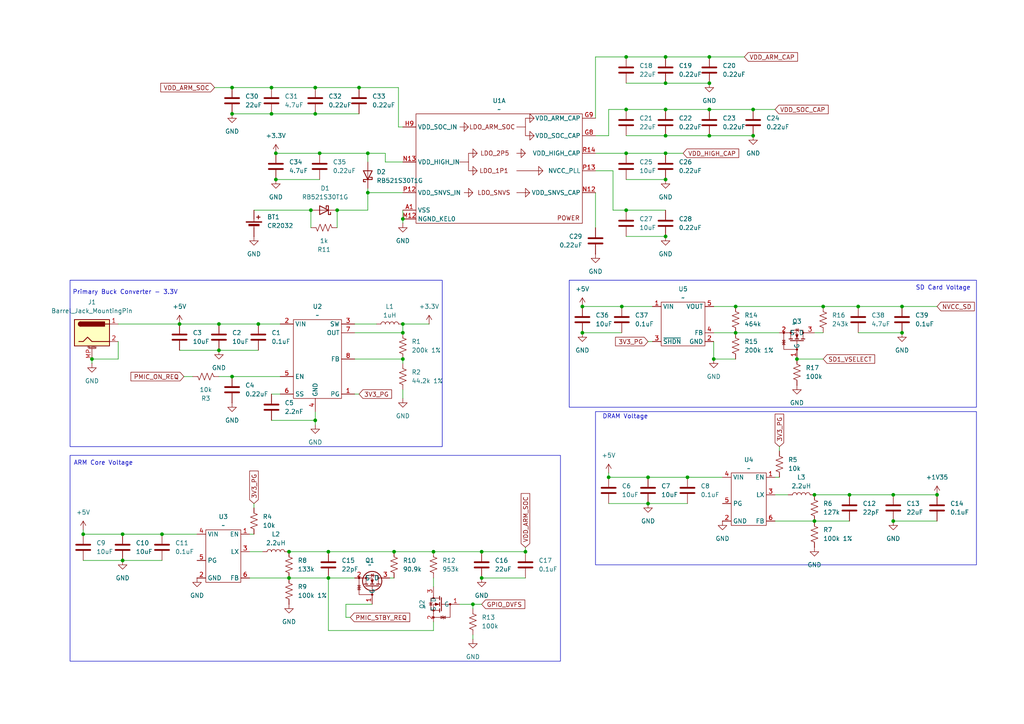
<source format=kicad_sch>
(kicad_sch (version 20231120) (generator "eeschema") (generator_version "8.0")
  (paper "A4")
  (junction (at 181.61 60.96))
  (junction (at 205.74 31.75))
  (junction (at 63.5 93.98))
  (junction (at 106.68 44.45))
  (junction (at 91.44 121.92))
  (junction (at 91.44 25.4))
  (junction (at 152.4 160.02))
  (junction (at 199.39 138.43))
  (junction (at 207.01 104.14))
  (junction (at 95.25 167.64))
  (junction (at 187.96 146.05))
  (junction (at 35.56 162.56))
  (junction (at 238.76 88.9))
  (junction (at 231.14 104.14))
  (junction (at 116.84 96.52))
  (junction (at 95.25 160.02))
  (junction (at 67.31 109.22))
  (junction (at 139.7 160.02))
  (junction (at 26.67 104.14))
  (junction (at 168.91 88.9))
  (junction (at 46.99 154.94))
  (junction (at 90.17 60.96))
  (junction (at 137.16 175.26))
  (junction (at 205.74 39.37))
  (junction (at 106.68 55.88))
  (junction (at 24.13 154.94))
  (junction (at 180.34 88.9))
  (junction (at 261.62 96.52))
  (junction (at 92.71 44.45))
  (junction (at 236.22 151.13))
  (junction (at 236.22 143.51))
  (junction (at 67.31 33.02))
  (junction (at 83.82 167.64))
  (junction (at 63.5 101.6))
  (junction (at 187.96 138.43))
  (junction (at 213.36 96.52))
  (junction (at 193.04 31.75))
  (junction (at 83.82 160.02))
  (junction (at 205.74 16.51))
  (junction (at 104.14 25.4))
  (junction (at 114.3 160.02))
  (junction (at 78.74 33.02))
  (junction (at 52.07 93.98))
  (junction (at 74.93 93.98))
  (junction (at 125.73 160.02))
  (junction (at 218.44 31.75))
  (junction (at 139.7 167.64))
  (junction (at 205.74 24.13))
  (junction (at 213.36 88.9))
  (junction (at 218.44 39.37))
  (junction (at 259.08 151.13))
  (junction (at 116.84 93.98))
  (junction (at 78.74 25.4))
  (junction (at 67.31 25.4))
  (junction (at 80.01 44.45))
  (junction (at 181.61 44.45))
  (junction (at 193.04 68.58))
  (junction (at 116.84 63.5))
  (junction (at 97.79 60.96))
  (junction (at 193.04 24.13))
  (junction (at 193.04 16.51))
  (junction (at 80.01 52.07))
  (junction (at 259.08 143.51))
  (junction (at 116.84 104.14))
  (junction (at 193.04 52.07))
  (junction (at 181.61 31.75))
  (junction (at 193.04 44.45))
  (junction (at 176.53 138.43))
  (junction (at 261.62 88.9))
  (junction (at 248.92 88.9))
  (junction (at 181.61 16.51))
  (junction (at 35.56 154.94))
  (junction (at 271.78 143.51))
  (junction (at 246.38 143.51))
  (junction (at 193.04 39.37))
  (junction (at 168.91 96.52))
  (junction (at 91.44 33.02))
  (wire (pts (xy 137.16 175.26) (xy 137.16 176.53)))
  (wire (pts (xy 116.84 55.88) (xy 106.68 55.88)))
  (wire (pts (xy 106.68 44.45) (xy 106.68 46.99)))
  (wire (pts (xy 172.72 55.88) (xy 172.72 66.04)))
  (wire (pts (xy 187.96 138.43) (xy 199.39 138.43)))
  (wire (pts (xy 106.68 44.45) (xy 111.76 44.45)))
  (wire (pts (xy 95.25 182.88) (xy 125.73 182.88)))
  (wire (pts (xy 218.44 39.37) (xy 205.74 39.37)))
  (wire (pts (xy 181.61 31.75) (xy 193.04 31.75)))
  (wire (pts (xy 236.22 151.13) (xy 246.38 151.13)))
  (wire (pts (xy 236.22 143.51) (xy 246.38 143.51)))
  (wire (pts (xy 207.01 88.9) (xy 213.36 88.9)))
  (wire (pts (xy 80.01 52.07) (xy 92.71 52.07)))
  (wire (pts (xy 116.84 104.14) (xy 116.84 105.41)))
  (wire (pts (xy 152.4 158.75) (xy 152.4 160.02)))
  (wire (pts (xy 213.36 88.9) (xy 238.76 88.9)))
  (wire (pts (xy 53.34 109.22) (xy 55.88 109.22)))
  (wire (pts (xy 125.73 167.64) (xy 125.73 170.18)))
  (wire (pts (xy 63.5 109.22) (xy 67.31 109.22)))
  (wire (pts (xy 172.72 16.51) (xy 181.61 16.51)))
  (wire (pts (xy 102.87 93.98) (xy 109.22 93.98)))
  (wire (pts (xy 207.01 99.06) (xy 207.01 104.14)))
  (wire (pts (xy 176.53 39.37) (xy 176.53 31.75)))
  (wire (pts (xy 168.91 88.9) (xy 180.34 88.9)))
  (wire (pts (xy 102.87 96.52) (xy 116.84 96.52)))
  (wire (pts (xy 91.44 33.02) (xy 104.14 33.02)))
  (wire (pts (xy 74.93 93.98) (xy 81.28 93.98)))
  (wire (pts (xy 137.16 185.42) (xy 137.16 184.15)))
  (wire (pts (xy 97.79 60.96) (xy 97.79 66.04)))
  (wire (pts (xy 78.74 25.4) (xy 91.44 25.4)))
  (wire (pts (xy 76.2 160.02) (xy 72.39 160.02)))
  (wire (pts (xy 248.92 88.9) (xy 261.62 88.9)))
  (wire (pts (xy 193.04 24.13) (xy 181.61 24.13)))
  (wire (pts (xy 176.53 138.43) (xy 187.96 138.43)))
  (wire (pts (xy 176.53 31.75) (xy 181.61 31.75)))
  (wire (pts (xy 168.91 96.52) (xy 180.34 96.52)))
  (wire (pts (xy 228.6 143.51) (xy 224.79 143.51)))
  (wire (pts (xy 78.74 114.3) (xy 81.28 114.3)))
  (wire (pts (xy 187.96 99.06) (xy 189.23 99.06)))
  (wire (pts (xy 100.33 179.07) (xy 101.6 179.07)))
  (wire (pts (xy 261.62 88.9) (xy 271.78 88.9)))
  (wire (pts (xy 180.34 88.9) (xy 189.23 88.9)))
  (wire (pts (xy 52.07 101.6) (xy 63.5 101.6)))
  (wire (pts (xy 139.7 160.02) (xy 152.4 160.02)))
  (wire (pts (xy 111.76 44.45) (xy 111.76 46.99)))
  (wire (pts (xy 187.96 146.05) (xy 199.39 146.05)))
  (wire (pts (xy 26.67 104.14) (xy 26.67 105.41)))
  (wire (pts (xy 24.13 162.56) (xy 35.56 162.56)))
  (wire (pts (xy 207.01 104.14) (xy 213.36 104.14)))
  (wire (pts (xy 193.04 68.58) (xy 181.61 68.58)))
  (wire (pts (xy 78.74 121.92) (xy 91.44 121.92)))
  (wire (pts (xy 248.92 96.52) (xy 261.62 96.52)))
  (wire (pts (xy 116.84 64.77) (xy 116.84 63.5)))
  (wire (pts (xy 111.76 46.99) (xy 116.84 46.99)))
  (wire (pts (xy 205.74 16.51) (xy 215.9 16.51)))
  (wire (pts (xy 172.72 49.53) (xy 177.8 49.53)))
  (wire (pts (xy 91.44 121.92) (xy 91.44 119.38)))
  (wire (pts (xy 63.5 101.6) (xy 74.93 101.6)))
  (wire (pts (xy 259.08 143.51) (xy 271.78 143.51)))
  (wire (pts (xy 193.04 44.45) (xy 198.12 44.45)))
  (wire (pts (xy 73.66 60.96) (xy 90.17 60.96)))
  (wire (pts (xy 100.33 175.26) (xy 107.95 175.26)))
  (wire (pts (xy 116.84 96.52) (xy 116.84 93.98)))
  (wire (pts (xy 90.17 60.96) (xy 90.17 66.04)))
  (wire (pts (xy 205.74 31.75) (xy 218.44 31.75)))
  (wire (pts (xy 24.13 154.94) (xy 35.56 154.94)))
  (wire (pts (xy 73.66 154.94) (xy 72.39 154.94)))
  (wire (pts (xy 181.61 60.96) (xy 193.04 60.96)))
  (wire (pts (xy 181.61 16.51) (xy 193.04 16.51)))
  (wire (pts (xy 176.53 138.43) (xy 176.53 137.16)))
  (wire (pts (xy 207.01 96.52) (xy 213.36 96.52)))
  (wire (pts (xy 193.04 52.07) (xy 181.61 52.07)))
  (wire (pts (xy 177.8 60.96) (xy 181.61 60.96)))
  (wire (pts (xy 67.31 25.4) (xy 78.74 25.4)))
  (wire (pts (xy 78.74 33.02) (xy 91.44 33.02)))
  (wire (pts (xy 91.44 25.4) (xy 104.14 25.4)))
  (wire (pts (xy 231.14 104.14) (xy 238.76 104.14)))
  (wire (pts (xy 193.04 31.75) (xy 205.74 31.75)))
  (wire (pts (xy 259.08 151.13) (xy 271.78 151.13)))
  (wire (pts (xy 172.72 39.37) (xy 176.53 39.37)))
  (wire (pts (xy 139.7 167.64) (xy 152.4 167.64)))
  (wire (pts (xy 115.57 25.4) (xy 115.57 36.83)))
  (wire (pts (xy 226.06 138.43) (xy 224.79 138.43)))
  (wire (pts (xy 177.8 49.53) (xy 177.8 60.96)))
  (wire (pts (xy 46.99 154.94) (xy 57.15 154.94)))
  (wire (pts (xy 172.72 34.29) (xy 172.72 16.51)))
  (wire (pts (xy 137.16 175.26) (xy 139.7 175.26)))
  (wire (pts (xy 116.84 115.57) (xy 116.84 113.03)))
  (wire (pts (xy 106.68 55.88) (xy 106.68 60.96)))
  (wire (pts (xy 124.46 93.98) (xy 116.84 93.98)))
  (wire (pts (xy 226.06 130.81) (xy 226.06 129.54)))
  (wire (pts (xy 106.68 54.61) (xy 106.68 55.88)))
  (wire (pts (xy 102.87 104.14) (xy 116.84 104.14)))
  (wire (pts (xy 62.23 25.4) (xy 67.31 25.4)))
  (wire (pts (xy 213.36 96.52) (xy 226.06 96.52)))
  (wire (pts (xy 199.39 138.43) (xy 209.55 138.43)))
  (wire (pts (xy 92.71 44.45) (xy 106.68 44.45)))
  (wire (pts (xy 63.5 93.98) (xy 74.93 93.98)))
  (wire (pts (xy 73.66 147.32) (xy 73.66 146.05)))
  (wire (pts (xy 236.22 96.52) (xy 238.76 96.52)))
  (wire (pts (xy 125.73 182.88) (xy 125.73 180.34)))
  (wire (pts (xy 91.44 123.19) (xy 91.44 121.92)))
  (wire (pts (xy 106.68 60.96) (xy 97.79 60.96)))
  (wire (pts (xy 205.74 24.13) (xy 193.04 24.13)))
  (wire (pts (xy 104.14 114.3) (xy 102.87 114.3)))
  (wire (pts (xy 34.29 104.14) (xy 34.29 99.06)))
  (wire (pts (xy 52.07 93.98) (xy 63.5 93.98)))
  (wire (pts (xy 193.04 39.37) (xy 181.61 39.37)))
  (wire (pts (xy 24.13 154.94) (xy 24.13 153.67)))
  (wire (pts (xy 133.35 175.26) (xy 137.16 175.26)))
  (wire (pts (xy 181.61 44.45) (xy 193.04 44.45)))
  (wire (pts (xy 115.57 36.83) (xy 116.84 36.83)))
  (wire (pts (xy 95.25 167.64) (xy 95.25 182.88)))
  (wire (pts (xy 95.25 160.02) (xy 114.3 160.02)))
  (wire (pts (xy 218.44 31.75) (xy 224.79 31.75)))
  (wire (pts (xy 67.31 33.02) (xy 78.74 33.02)))
  (wire (pts (xy 67.31 109.22) (xy 81.28 109.22)))
  (wire (pts (xy 72.39 167.64) (xy 83.82 167.64)))
  (wire (pts (xy 100.33 179.07) (xy 100.33 175.26)))
  (wire (pts (xy 205.74 39.37) (xy 193.04 39.37)))
  (wire (pts (xy 114.3 160.02) (xy 125.73 160.02)))
  (wire (pts (xy 193.04 16.51) (xy 205.74 16.51)))
  (wire (pts (xy 172.72 44.45) (xy 181.61 44.45)))
  (wire (pts (xy 35.56 154.94) (xy 46.99 154.94)))
  (wire (pts (xy 176.53 146.05) (xy 187.96 146.05)))
  (wire (pts (xy 104.14 25.4) (xy 115.57 25.4)))
  (wire (pts (xy 116.84 63.5) (xy 116.84 60.96)))
  (wire (pts (xy 114.3 167.64) (xy 113.03 167.64)))
  (wire (pts (xy 35.56 162.56) (xy 46.99 162.56)))
  (wire (pts (xy 246.38 143.51) (xy 259.08 143.51)))
  (wire (pts (xy 34.29 93.98) (xy 52.07 93.98)))
  (wire (pts (xy 26.67 104.14) (xy 34.29 104.14)))
  (wire (pts (xy 83.82 167.64) (xy 95.25 167.64)))
  (wire (pts (xy 238.76 88.9) (xy 248.92 88.9)))
  (wire (pts (xy 80.01 44.45) (xy 92.71 44.45)))
  (wire (pts (xy 125.73 160.02) (xy 139.7 160.02)))
  (wire (pts (xy 95.25 167.64) (xy 102.87 167.64)))
  (wire (pts (xy 83.82 160.02) (xy 95.25 160.02)))
  (wire (pts (xy 224.79 151.13) (xy 236.22 151.13)))
  (rectangle (start 172.72 119.38) (end 283.21 163.83))
  (rectangle (start 20.32 132.08) (end 162.56 191.77))
  (rectangle (start 20.32 81.28) (end 128.27 129.54))
  (rectangle (start 165.1 81.28) (end 283.21 118.11))
  (text "Primary Buck Converter - 3.3V" (at 36.322 84.836 0) (effects (font (size 1.27 1.27))))
  (text "SD Card Voltage" (at 273.558 83.566 0) (effects (font (size 1.27 1.27))))
  (text "ARM Core Voltage" (at 29.972 134.366 0) (effects (font (size 1.27 1.27))))
  (text "DRAM Voltage" (at 181.356 120.904 0) (effects (font (size 1.27 1.27))))
  (global_label "VDD_ARM_CAP" (shape input) (at 215.9 16.51 0) (property "Intersheetrefs" "${INTERSHEET_REFS}" (effects (hide yes))))
  (global_label "VDD_ARM_SOC" (shape input) (at 62.23 25.4 180) (property "Intersheetrefs" "${INTERSHEET_REFS}" (effects (hide yes))))
  (global_label "VDD_ARM_SOC" (shape input) (at 152.4 158.75 90) (property "Intersheetrefs" "${INTERSHEET_REFS}" (effects (hide yes))))
  (global_label "VDD_HIGH_CAP" (shape input) (at 198.12 44.45 0) (property "Intersheetrefs" "${INTERSHEET_REFS}" (effects (hide yes))))
  (global_label "GPIO_DVFS" (shape input) (at 139.7 175.26 0) (property "Intersheetrefs" "${INTERSHEET_REFS}" (effects (hide yes))))
  (global_label "PMIC_ON_REQ" (shape input) (at 53.34 109.22 180) (property "Intersheetrefs" "${INTERSHEET_REFS}" (effects (hide yes))))
  (global_label "SD1_VSELECT" (shape input) (at 238.76 104.14 0) (property "Intersheetrefs" "${INTERSHEET_REFS}" (effects (hide yes))))
  (global_label "NVCC_SD" (shape input) (at 271.78 88.9 0) (property "Intersheetrefs" "${INTERSHEET_REFS}" (effects (hide yes))))
  (global_label "3V3_PG" (shape input) (at 73.66 146.05 90) (property "Intersheetrefs" "${INTERSHEET_REFS}" (effects (hide yes))))
  (global_label "VDD_SOC_CAP" (shape input) (at 224.79 31.75 0) (property "Intersheetrefs" "${INTERSHEET_REFS}" (effects (hide yes))))
  (global_label "PMIC_STBY_REQ" (shape input) (at 101.6 179.07 0) (property "Intersheetrefs" "${INTERSHEET_REFS}" (effects (hide yes))))
  (global_label "3V3_PG" (shape input) (at 226.06 129.54 90) (property "Intersheetrefs" "${INTERSHEET_REFS}" (effects (hide yes))))
  (global_label "3V3_PG" (shape input) (at 104.14 114.3 0) (property "Intersheetrefs" "${INTERSHEET_REFS}" (effects (hide yes))))
  (global_label "3V3_PG" (shape input) (at 187.96 99.06 180) (property "Intersheetrefs" "${INTERSHEET_REFS}" (effects (hide yes))))
  (symbol (lib_id "Device:C") (at 172.72 69.85 0) (mirror y) (unit 1)
    (property "Reference" "C29" (at 168.91 68.5799 0) (effects (justify left)))
    (property "Value" "0.22uF" (at 168.91 71.1199 0) (effects (justify left)))
    (property "Footprint" "Capacitor_SMD:C_0402_1005Metric" (effects (hide yes)))
    (property "Description" "Unpolarized capacitor" (effects (hide yes)))
  )
  (symbol (lib_id "power:GND") (at 218.44 39.37 0) (unit 1)
    (property "Reference" "#PWR022" (effects (hide yes)))
    (property "Value" "GND" (at 218.44 44.45 0))
    (property "Description" "Power symbol creates a global label with name \"GND\" , ground" (effects (hide yes)))
  )
  (symbol (lib_id "Device:C") (at 78.74 118.11 0) (unit 1)
    (property "Reference" "C5" (at 82.55 116.8399 0) (effects (justify left)))
    (property "Value" "2.2nF" (at 82.55 119.3799 0) (effects (justify left)))
    (property "Footprint" "Capacitor_SMD:C_0402_1005Metric" (effects (hide yes)))
    (property "Description" "Unpolarized capacitor" (effects (hide yes)))
  )
  (symbol (lib_id "power:GND") (at 73.66 68.58 0) (unit 1)
    (property "Reference" "#PWR028" (effects (hide yes)))
    (property "Value" "GND" (at 73.66 73.66 0))
    (property "Description" "Power symbol creates a global label with name \"GND\" , ground" (effects (hide yes)))
  )
  (symbol (lib_id "power:GND") (at 187.96 146.05 0) (unit 1)
    (property "Reference" "#PWR011" (effects (hide yes)))
    (property "Value" "GND" (at 187.96 151.13 0))
    (property "Description" "Power symbol creates a global label with name \"GND\" , ground" (effects (hide yes)))
  )
  (symbol (lib_id "power:+3.3V") (at 80.01 44.45 0) (unit 1)
    (property "Reference" "#PWR04" (effects (hide yes)))
    (property "Value" "+3.3V" (at 80.01 39.37 0))
    (property "Description" "Power symbol creates a global label with name \"+3.3V\"" (effects (hide yes)))
  )
  (symbol (lib_id "Device:C") (at 181.61 48.26 0) (unit 1)
    (property "Reference" "C25" (at 185.42 46.9899 0) (effects (justify left)))
    (property "Value" "10uF" (at 185.42 49.5299 0) (effects (justify left)))
    (property "Footprint" "Capacitor_SMD:C_0603_1608Metric" (effects (hide yes)))
    (property "Description" "Unpolarized capacitor" (effects (hide yes)))
  )
  (symbol (lib_id "Device:R_US") (at 83.82 171.45 180) (unit 1)
    (property "Reference" "R9" (at 86.36 170.1799 0) (effects (justify right)))
    (property "Value" "100k 1%" (at 86.36 172.7199 0) (effects (justify right)))
    (property "Footprint" "Resistor_SMD:R_0402_1005Metric" (effects (hide yes)))
    (property "Description" "Resistor, US symbol" (effects (hide yes)))
  )
  (symbol (lib_id "Device:C") (at 63.5 97.79 0) (unit 1)
    (property "Reference" "C2" (at 67.31 96.5199 0) (effects (justify left)))
    (property "Value" "10uF" (at 67.31 99.0599 0) (effects (justify left)))
    (property "Footprint" "Capacitor_SMD:C_0603_1608Metric" (effects (hide yes)))
    (property "Description" "Unpolarized capacitor" (effects (hide yes)))
  )
  (symbol (lib_id "Device:C") (at 67.31 29.21 0) (unit 1)
    (property "Reference" "C30" (at 71.12 27.9399 0) (effects (justify left)))
    (property "Value" "22uF" (at 71.12 30.4799 0) (effects (justify left)))
    (property "Footprint" "Capacitor_SMD:C_0603_1608Metric" (effects (hide yes)))
    (property "Description" "Unpolarized capacitor" (effects (hide yes)))
  )
  (symbol (lib_id "Device:C") (at 181.61 64.77 0) (unit 1)
    (property "Reference" "C27" (at 185.42 63.4999 0) (effects (justify left)))
    (property "Value" "10uF" (at 185.42 66.0399 0) (effects (justify left)))
    (property "Footprint" "Capacitor_SMD:C_0603_1608Metric" (effects (hide yes)))
    (property "Description" "Unpolarized capacitor" (effects (hide yes)))
  )
  (symbol (lib_id "imx6_test:UM1750S-00") (at 198.12 90.17 0) (unit 1)
    (property "Reference" "U5" (at 198.12 83.82 0))
    (property "Value" "~" (at 198.12 86.36 0))
    (property "Footprint" "Package_TO_SOT_SMD:SOT-23-5" (effects (hide yes)))
    (property "LCSC Part #" "C620011" (effects (hide yes)))
  )
  (symbol (lib_id "Device:C") (at 46.99 158.75 0) (unit 1)
    (property "Reference" "C11" (at 50.8 157.4799 0) (effects (justify left)))
    (property "Value" "0.1uF" (at 50.8 160.0199 0) (effects (justify left)))
    (property "Footprint" "Capacitor_SMD:C_0402_1005Metric" (effects (hide yes)))
    (property "Description" "Unpolarized capacitor" (effects (hide yes)))
  )
  (symbol (lib_id "Device:R_US") (at 236.22 147.32 180) (unit 1)
    (property "Reference" "R6" (at 238.76 146.0499 0) (effects (justify right)))
    (property "Value" "127k" (at 238.76 148.5899 0) (effects (justify right)))
    (property "Footprint" "Resistor_SMD:R_0402_1005Metric" (effects (hide yes)))
    (property "Description" "Resistor, US symbol" (effects (hide yes)))
  )
  (symbol (lib_id "Device:C") (at 168.91 92.71 0) (unit 1)
    (property "Reference" "C36" (at 172.72 91.4399 0) (effects (justify left)))
    (property "Value" "10uF" (at 172.72 93.9799 0) (effects (justify left)))
    (property "Footprint" "Capacitor_SMD:C_0603_1608Metric" (effects (hide yes)))
    (property "Description" "Unpolarized capacitor" (effects (hide yes)))
  )
  (symbol (lib_id "Device:C") (at 205.74 20.32 0) (unit 1)
    (property "Reference" "C20" (at 209.55 19.0499 0) (effects (justify left)))
    (property "Value" "0.22uF" (at 209.55 21.5899 0) (effects (justify left)))
    (property "Footprint" "Capacitor_SMD:C_0402_1005Metric" (effects (hide yes)))
    (property "Description" "Unpolarized capacitor" (effects (hide yes)))
  )
  (symbol (lib_id "imx6_test:AP3401KTTR-G1") (at 64.77 156.21 0) (unit 1)
    (property "Reference" "U3" (at 64.77 149.86 0))
    (property "Value" "~" (at 64.77 152.4 0))
    (property "Footprint" "imx6test:TSOT26" (effects (hide yes)))
    (property "LCSC Part #" "C3194257" (effects (hide yes)))
  )
  (symbol (lib_id "power:GND") (at 236.22 158.75 0) (unit 1)
    (property "Reference" "#PWR016" (effects (hide yes)))
    (property "Value" "GND" (at 236.22 163.83 0))
    (property "Description" "Power symbol creates a global label with name \"GND\" , ground" (effects (hide yes)))
  )
  (symbol (lib_id "Device:L") (at 232.41 143.51 90) (unit 1)
    (property "Reference" "L3" (at 232.41 138.43 90))
    (property "Value" "2.2uH" (at 232.41 140.97 90))
    (property "Description" "Inductor" (effects (hide yes)))
  )
  (symbol (lib_id "Device:R_US") (at 59.69 109.22 90) (mirror x) (unit 1)
    (property "Reference" "R3" (at 59.69 115.57 90))
    (property "Value" "10k" (at 59.69 113.03 90))
    (property "Footprint" "Resistor_SMD:R_0402_1005Metric" (effects (hide yes)))
    (property "Description" "Resistor, US symbol" (effects (hide yes)))
  )
  (symbol (lib_id "Device:C") (at 91.44 29.21 0) (unit 1)
    (property "Reference" "C32" (at 95.25 27.9399 0) (effects (justify left)))
    (property "Value" "0.22uF" (at 95.25 30.4799 0) (effects (justify left)))
    (property "Footprint" "Capacitor_SMD:C_0402_1005Metric" (effects (hide yes)))
    (property "Description" "Unpolarized capacitor" (effects (hide yes)))
  )
  (symbol (lib_id "power:GND") (at 231.14 111.76 0) (unit 1)
    (property "Reference" "#PWR033" (effects (hide yes)))
    (property "Value" "GND" (at 231.14 116.84 0))
    (property "Description" "Power symbol creates a global label with name \"GND\" , ground" (effects (hide yes)))
  )
  (symbol (lib_id "Device:R_US") (at 213.36 100.33 180) (unit 1)
    (property "Reference" "R15" (at 215.9 99.0599 0) (effects (justify right)))
    (property "Value" "200k 1%" (at 215.9 101.5999 0) (effects (justify right)))
    (property "Footprint" "Resistor_SMD:R_0402_1005Metric" (effects (hide yes)))
    (property "Description" "Resistor, US symbol" (effects (hide yes)))
  )
  (symbol (lib_id "Device:C") (at 218.44 35.56 0) (unit 1)
    (property "Reference" "C24" (at 222.25 34.2899 0) (effects (justify left)))
    (property "Value" "0.22uF" (at 222.25 36.8299 0) (effects (justify left)))
    (property "Footprint" "Capacitor_SMD:C_0402_1005Metric" (effects (hide yes)))
    (property "Description" "Unpolarized capacitor" (effects (hide yes)))
  )
  (symbol (lib_id "Device:C") (at 261.62 92.71 0) (unit 1)
    (property "Reference" "C39" (at 265.43 91.4399 0) (effects (justify left)))
    (property "Value" "0.1uF" (at 265.43 93.9799 0) (effects (justify left)))
    (property "Footprint" "Capacitor_SMD:C_0402_1005Metric" (effects (hide yes)))
    (property "Description" "Unpolarized capacitor" (effects (hide yes)))
  )
  (symbol (lib_id "Device:C") (at 95.25 163.83 0) (unit 1)
    (property "Reference" "C15" (at 99.06 162.5599 0) (effects (justify left)))
    (property "Value" "22pF" (at 99.06 165.0999 0) (effects (justify left)))
    (property "Footprint" "Capacitor_SMD:C_0402_1005Metric" (effects (hide yes)))
    (property "Description" "Unpolarized capacitor" (effects (hide yes)))
  )
  (symbol (lib_id "power:+5V") (at 24.13 153.67 0) (unit 1)
    (property "Reference" "#PWR013" (effects (hide yes)))
    (property "Value" "+5V" (at 24.13 148.59 0))
    (property "Description" "Power symbol creates a global label with name \"+5V\"" (effects (hide yes)))
  )
  (symbol (lib_id "Device:R_US") (at 125.73 163.83 180) (unit 1)
    (property "Reference" "R12" (at 128.27 162.5599 0) (effects (justify right)))
    (property "Value" "953k" (at 128.27 165.0999 0) (effects (justify right)))
    (property "Footprint" "Resistor_SMD:R_0402_1005Metric" (effects (hide yes)))
    (property "Description" "Resistor, US symbol" (effects (hide yes)))
  )
  (symbol (lib_id "Device:C") (at 187.96 142.24 0) (unit 1)
    (property "Reference" "C7" (at 191.77 140.9699 0) (effects (justify left)))
    (property "Value" "10uF" (at 191.77 143.5099 0) (effects (justify left)))
    (property "Footprint" "Capacitor_SMD:C_0603_1608Metric" (effects (hide yes)))
    (property "Description" "Unpolarized capacitor" (effects (hide yes)))
  )
  (symbol (lib_id "Device:C") (at 180.34 92.71 0) (unit 1)
    (property "Reference" "C37" (at 184.15 91.4399 0) (effects (justify left)))
    (property "Value" "0.1uF" (at 184.15 93.9799 0) (effects (justify left)))
    (property "Footprint" "Capacitor_SMD:C_0402_1005Metric" (effects (hide yes)))
    (property "Description" "Unpolarized capacitor" (effects (hide yes)))
  )
  (symbol (lib_id "Device:D_Schottky") (at 106.68 50.8 90) (unit 1)
    (property "Reference" "D2" (at 109.22 49.8474 90) (effects (justify right)))
    (property "Value" "RB521S30T1G" (at 109.22 52.3874 90) (effects (justify right)))
    (property "Footprint" "Diode_SMD:D_SOD-523" (effects (hide yes)))
    (property "Description" "Schottky diode" (effects (hide yes)))
  )
  (symbol (lib_id "Device:C") (at 259.08 147.32 0) (unit 1)
    (property "Reference" "C13" (at 262.89 146.0499 0) (effects (justify left)))
    (property "Value" "22uF" (at 262.89 148.5899 0) (effects (justify left)))
    (property "Footprint" "Capacitor_SMD:C_0603_1608Metric" (effects (hide yes)))
    (property "Description" "Unpolarized capacitor" (effects (hide yes)))
  )
  (symbol (lib_id "Device:C") (at 35.56 158.75 0) (unit 1)
    (property "Reference" "C10" (at 39.37 157.4799 0) (effects (justify left)))
    (property "Value" "10uF" (at 39.37 160.0199 0) (effects (justify left)))
    (property "Footprint" "Capacitor_SMD:C_0603_1608Metric" (effects (hide yes)))
    (property "Description" "Unpolarized capacitor" (effects (hide yes)))
  )
  (symbol (lib_id "power:GND") (at 80.01 52.07 0) (unit 1)
    (property "Reference" "#PWR027" (effects (hide yes)))
    (property "Value" "GND" (at 80.01 57.15 0))
    (property "Description" "Power symbol creates a global label with name \"GND\" , ground" (effects (hide yes)))
  )
  (symbol (lib_id "power:GND") (at 116.84 115.57 0) (unit 1)
    (property "Reference" "#PWR02" (effects (hide yes)))
    (property "Value" "GND" (at 116.84 120.65 0))
    (property "Description" "Power symbol creates a global label with name \"GND\" , ground" (effects (hide yes)))
  )
  (symbol (lib_id "Device:C") (at 199.39 142.24 0) (unit 1)
    (property "Reference" "C8" (at 203.2 140.9699 0) (effects (justify left)))
    (property "Value" "0.1uF" (at 203.2 143.5099 0) (effects (justify left)))
    (property "Footprint" "Capacitor_SMD:C_0402_1005Metric" (effects (hide yes)))
    (property "Description" "Unpolarized capacitor" (effects (hide yes)))
  )
  (symbol (lib_id "power:+3.3V") (at 124.46 93.98 0) (unit 1)
    (property "Reference" "#PWR03" (effects (hide yes)))
    (property "Value" "+3.3V" (at 124.46 88.9 0))
    (property "Description" "Power symbol creates a global label with name \"+3.3V\"" (effects (hide yes)))
  )
  (symbol (lib_id "Device:R_US") (at 137.16 180.34 180) (unit 1)
    (property "Reference" "R13" (at 139.7 179.0699 0) (effects (justify right)))
    (property "Value" "100k" (at 139.7 181.6099 0) (effects (justify right)))
    (property "Footprint" "Resistor_SMD:R_0402_1005Metric" (effects (hide yes)))
    (property "Description" "Resistor, US symbol" (effects (hide yes)))
  )
  (symbol (lib_id "Device:L") (at 80.01 160.02 90) (unit 1)
    (property "Reference" "L2" (at 80.01 154.94 90))
    (property "Value" "2.2uH" (at 80.01 157.48 90))
    (property "Description" "Inductor" (effects (hide yes)))
  )
  (symbol (lib_id "power:GND") (at 83.82 175.26 0) (unit 1)
    (property "Reference" "#PWR018" (effects (hide yes)))
    (property "Value" "GND" (at 83.82 180.34 0))
    (property "Description" "Power symbol creates a global label with name \"GND\" , ground" (effects (hide yes)))
  )
  (symbol (lib_id "Device:C") (at 271.78 147.32 0) (unit 1)
    (property "Reference" "C14" (at 275.59 146.0499 0) (effects (justify left)))
    (property "Value" "0.1uF" (at 275.59 148.5899 0) (effects (justify left)))
    (property "Footprint" "Capacitor_SMD:C_0402_1005Metric" (effects (hide yes)))
    (property "Description" "Unpolarized capacitor" (effects (hide yes)))
  )
  (symbol (lib_id "Device:C") (at 78.74 29.21 0) (unit 1)
    (property "Reference" "C31" (at 82.55 27.9399 0) (effects (justify left)))
    (property "Value" "4.7uF" (at 82.55 30.4799 0) (effects (justify left)))
    (property "Footprint" "Capacitor_SMD:C_0402_1005Metric" (effects (hide yes)))
    (property "Description" "Unpolarized capacitor" (effects (hide yes)))
  )
  (symbol (lib_id "power:GND") (at 137.16 185.42 0) (unit 1)
    (property "Reference" "#PWR029" (effects (hide yes)))
    (property "Value" "GND" (at 137.16 190.5 0))
    (property "Description" "Power symbol creates a global label with name \"GND\" , ground" (effects (hide yes)))
  )
  (symbol (lib_id "Device:R_US") (at 93.98 66.04 90) (mirror x) (unit 1)
    (property "Reference" "R11" (at 93.98 72.39 90))
    (property "Value" "1k" (at 93.98 69.85 90))
    (property "Footprint" "Resistor_SMD:R_0402_1005Metric" (effects (hide yes)))
    (property "Description" "Resistor, US symbol" (effects (hide yes)))
  )
  (symbol (lib_id "power:GND") (at 67.31 116.84 0) (unit 1)
    (property "Reference" "#PWR08" (effects (hide yes)))
    (property "Value" "GND" (at 67.31 121.92 0))
    (property "Description" "Power symbol creates a global label with name \"GND\" , ground" (effects (hide yes)))
  )
  (symbol (lib_id "imx6_test:2SK3018") (at 231.14 96.52 270) (mirror x) (unit 1)
    (property "Reference" "Q3" (at 231.14 93.218 90))
    (property "Value" "~" (at 230.251 93.98 90))
    (property "Footprint" "Package_TO_SOT_SMD:SOT-323_SC-70" (effects (hide yes)))
    (property "LCSC Part #" "C113315" (effects (hide yes)))
  )
  (symbol (lib_id "Device:C") (at 139.7 163.83 0) (unit 1)
    (property "Reference" "C16" (at 143.51 162.5599 0) (effects (justify left)))
    (property "Value" "22uF" (at 143.51 165.0999 0) (effects (justify left)))
    (property "Footprint" "Capacitor_SMD:C_0603_1608Metric" (effects (hide yes)))
    (property "Description" "Unpolarized capacitor" (effects (hide yes)))
  )
  (symbol (lib_id "Device:C") (at 74.93 97.79 0) (unit 1)
    (property "Reference" "C1" (at 78.74 96.5199 0) (effects (justify left)))
    (property "Value" "0.1uF" (at 78.74 99.0599 0) (effects (justify left)))
    (property "Footprint" "Capacitor_SMD:C_0402_1005Metric" (effects (hide yes)))
    (property "Description" "Unpolarized capacitor" (effects (hide yes)))
  )
  (symbol (lib_id "power:GND") (at 259.08 151.13 0) (unit 1)
    (property "Reference" "#PWR017" (effects (hide yes)))
    (property "Value" "GND" (at 259.08 156.21 0))
    (property "Description" "Power symbol creates a global label with name \"GND\" , ground" (effects (hide yes)))
  )
  (symbol (lib_id "power:GND") (at 26.67 105.41 0) (unit 1)
    (property "Reference" "#PWR07" (effects (hide yes)))
    (property "Value" "GND" (at 26.67 110.49 0))
    (property "Description" "Power symbol creates a global label with name \"GND\" , ground" (effects (hide yes)))
  )
  (symbol (lib_id "power:GND") (at 261.62 96.52 0) (unit 1)
    (property "Reference" "#PWR034" (effects (hide yes)))
    (property "Value" "GND" (at 261.62 101.6 0))
    (property "Description" "Power symbol creates a global label with name \"GND\" , ground" (effects (hide yes)))
  )
  (symbol (lib_id "Device:C") (at 205.74 35.56 0) (unit 1)
    (property "Reference" "C23" (at 209.55 34.2899 0) (effects (justify left)))
    (property "Value" "0.22uF" (at 209.55 36.8299 0) (effects (justify left)))
    (property "Footprint" "Capacitor_SMD:C_0402_1005Metric" (effects (hide yes)))
    (property "Description" "Unpolarized capacitor" (effects (hide yes)))
  )
  (symbol (lib_id "power:GND") (at 172.72 73.66 0) (unit 1)
    (property "Reference" "#PWR025" (effects (hide yes)))
    (property "Value" "GND" (at 172.72 78.74 0))
    (property "Description" "Power symbol creates a global label with name \"GND\" , ground" (effects (hide yes)))
  )
  (symbol (lib_id "Device:C") (at 176.53 142.24 0) (unit 1)
    (property "Reference" "C6" (at 180.34 140.9699 0) (effects (justify left)))
    (property "Value" "10uF" (at 180.34 143.5099 0) (effects (justify left)))
    (property "Footprint" "Capacitor_SMD:C_0603_1608Metric" (effects (hide yes)))
    (property "Description" "Unpolarized capacitor" (effects (hide yes)))
  )
  (symbol (lib_id "imx6_test:AP3401KTTR-G1") (at 217.17 139.7 0) (unit 1)
    (property "Reference" "U4" (at 217.17 133.35 0))
    (property "Value" "~" (at 217.17 135.89 0))
    (property "Footprint" "imx6test:TSOT26" (effects (hide yes)))
    (property "LCSC Part #" "C3194257" (effects (hide yes)))
  )
  (symbol (lib_id "Device:C") (at 248.92 92.71 0) (unit 1)
    (property "Reference" "C38" (at 252.73 91.4399 0) (effects (justify left)))
    (property "Value" "4.7uF" (at 252.73 93.9799 0) (effects (justify left)))
    (property "Footprint" "Capacitor_SMD:C_0402_1005Metric" (effects (hide yes)))
    (property "Description" "Unpolarized capacitor" (effects (hide yes)))
  )
  (symbol (lib_id "Device:R_US") (at 231.14 107.95 180) (unit 1)
    (property "Reference" "R17" (at 233.68 106.6799 0) (effects (justify right)))
    (property "Value" "100k" (at 233.68 109.2199 0) (effects (justify right)))
    (property "Footprint" "Resistor_SMD:R_0402_1005Metric" (effects (hide yes)))
    (property "Description" "Resistor, US symbol" (effects (hide yes)))
  )
  (symbol (lib_id "Device:C") (at 80.01 48.26 0) (unit 1)
    (property "Reference" "C34" (at 83.82 46.9899 0) (effects (justify left)))
    (property "Value" "4.7uF" (at 83.82 49.5299 0) (effects (justify left)))
    (property "Footprint" "Capacitor_SMD:C_0402_1005Metric" (effects (hide yes)))
    (property "Description" "Unpolarized capacitor" (effects (hide yes)))
  )
  (symbol (lib_id "imx6_test:RE1J002YNTCL") (at 107.95 167.64 270) (mirror x) (unit 1)
    (property "Reference" "Q1" (at 107.2515 162.56 90))
    (property "Value" "~" (at 107.2515 163.83 90))
    (property "Footprint" "imx6test:SC-89" (effects (hide yes)))
    (property "LCSC Part #" "C509962" (effects (hide yes)))
  )
  (symbol (lib_id "Device:C") (at 52.07 97.79 0) (unit 1)
    (property "Reference" "C3" (at 55.88 96.5199 0) (effects (justify left)))
    (property "Value" "10uF" (at 55.88 99.0599 0) (effects (justify left)))
    (property "Footprint" "Capacitor_SMD:C_0603_1608Metric" (effects (hide yes)))
    (property "Description" "Unpolarized capacitor" (effects (hide yes)))
  )
  (symbol (lib_id "power:GND") (at 91.44 123.19 0) (unit 1)
    (property "Reference" "#PWR06" (effects (hide yes)))
    (property "Value" "GND" (at 91.44 128.27 0))
    (property "Description" "Power symbol creates a global label with name \"GND\" , ground" (effects (hide yes)))
  )
  (symbol (lib_id "Device:C") (at 67.31 113.03 0) (unit 1)
    (property "Reference" "C4" (at 71.12 111.7599 0) (effects (justify left)))
    (property "Value" "0.22uF" (at 71.12 114.2999 0) (effects (justify left)))
    (property "Footprint" "Capacitor_SMD:C_0402_1005Metric" (effects (hide yes)))
    (property "Description" "Unpolarized capacitor" (effects (hide yes)))
  )
  (symbol (lib_id "Device:C") (at 24.13 158.75 0) (unit 1)
    (property "Reference" "C9" (at 27.94 157.4799 0) (effects (justify left)))
    (property "Value" "10uF" (at 27.94 160.0199 0) (effects (justify left)))
    (property "Footprint" "Capacitor_SMD:C_0603_1608Metric" (effects (hide yes)))
    (property "Description" "Unpolarized capacitor" (effects (hide yes)))
  )
  (symbol (lib_id "Device:R_US") (at 114.3 163.83 180) (unit 1)
    (property "Reference" "R10" (at 116.84 162.5599 0) (effects (justify right)))
    (property "Value" "90.9k" (at 116.84 165.0999 0) (effects (justify right)))
    (property "Footprint" "Resistor_SMD:R_0402_1005Metric" (effects (hide yes)))
    (property "Description" "Resistor, US symbol" (effects (hide yes)))
  )
  (symbol (lib_id "power:GND") (at 205.74 24.13 0) (unit 1)
    (property "Reference" "#PWR021" (effects (hide yes)))
    (property "Value" "GND" (at 205.74 29.21 0))
    (property "Description" "Power symbol creates a global label with name \"GND\" , ground" (effects (hide yes)))
  )
  (symbol (lib_id "Device:C") (at 181.61 20.32 0) (unit 1)
    (property "Reference" "C18" (at 185.42 19.0499 0) (effects (justify left)))
    (property "Value" "22uF" (at 185.42 21.5899 0) (effects (justify left)))
    (property "Footprint" "Capacitor_SMD:C_0603_1608Metric" (effects (hide yes)))
    (property "Description" "Unpolarized capacitor" (effects (hide yes)))
  )
  (symbol (lib_id "imx6_test:2SK3018") (at 125.73 175.26 0) (mirror y) (unit 1)
    (property "Reference" "Q2" (at 122.428 175.26 90))
    (property "Value" "~" (at 123.19 176.149 90))
    (property "Footprint" "Package_TO_SOT_SMD:SOT-323_SC-70" (effects (hide yes)))
    (property "LCSC Part #" "C113315" (effects (hide yes)))
  )
  (symbol (lib_id "Device:L") (at 113.03 93.98 90) (unit 1)
    (property "Reference" "L1" (at 113.03 88.9 90))
    (property "Value" "1uH" (at 113.03 91.44 90))
    (property "Description" "Inductor" (effects (hide yes)))
  )
  (symbol (lib_id "power:GND") (at 67.31 33.02 0) (unit 1)
    (property "Reference" "#PWR026" (effects (hide yes)))
    (property "Value" "GND" (at 67.31 38.1 0))
    (property "Description" "Power symbol creates a global label with name \"GND\" , ground" (effects (hide yes)))
  )
  (symbol (lib_id "Device:C") (at 92.71 48.26 0) (unit 1)
    (property "Reference" "C35" (at 96.52 46.9899 0) (effects (justify left)))
    (property "Value" "0.22uF" (at 96.52 49.5299 0) (effects (justify left)))
    (property "Footprint" "Capacitor_SMD:C_0402_1005Metric" (effects (hide yes)))
    (property "Description" "Unpolarized capacitor" (effects (hide yes)))
  )
  (symbol (lib_id "Device:C") (at 193.04 48.26 0) (unit 1)
    (property "Reference" "C26" (at 196.85 46.9899 0) (effects (justify left)))
    (property "Value" "0.22uF" (at 196.85 49.5299 0) (effects (justify left)))
    (property "Footprint" "Capacitor_SMD:C_0402_1005Metric" (effects (hide yes)))
    (property "Description" "Unpolarized capacitor" (effects (hide yes)))
  )
  (symbol (lib_id "Device:C") (at 181.61 35.56 0) (unit 1)
    (property "Reference" "C21" (at 185.42 34.2899 0) (effects (justify left)))
    (property "Value" "22uF" (at 185.42 36.8299 0) (effects (justify left)))
    (property "Footprint" "Capacitor_SMD:C_0603_1608Metric" (effects (hide yes)))
    (property "Description" "Unpolarized capacitor" (effects (hide yes)))
  )
  (symbol (lib_id "power:+1V35") (at 271.78 143.51 0) (unit 1)
    (property "Reference" "#PWR020" (effects (hide yes)))
    (property "Value" "+1V35" (at 271.78 138.43 0))
    (property "Description" "Power symbol creates a global label with name \"+1V35\"" (effects (hide yes)))
  )
  (symbol (lib_id "Device:R_US") (at 73.66 151.13 180) (unit 1)
    (property "Reference" "R4" (at 76.2 149.8599 0) (effects (justify right)))
    (property "Value" "10k" (at 76.2 152.3999 0) (effects (justify right)))
    (property "Footprint" "Resistor_SMD:R_0402_1005Metric" (effects (hide yes)))
    (property "Description" "Resistor, US symbol" (effects (hide yes)))
  )
  (symbol (lib_id "power:GND") (at 207.01 104.14 0) (unit 1)
    (property "Reference" "#PWR032" (effects (hide yes)))
    (property "Value" "GND" (at 207.01 109.22 0))
    (property "Description" "Power symbol creates a global label with name \"GND\" , ground" (effects (hide yes)))
  )
  (symbol (lib_id "Device:C") (at 193.04 20.32 0) (unit 1)
    (property "Reference" "C19" (at 196.85 19.0499 0) (effects (justify left)))
    (property "Value" "0.22uF" (at 196.85 21.5899 0) (effects (justify left)))
    (property "Footprint" "Capacitor_SMD:C_0402_1005Metric" (effects (hide yes)))
    (property "Description" "Unpolarized capacitor" (effects (hide yes)))
  )
  (symbol (lib_id "Device:C") (at 193.04 64.77 0) (unit 1)
    (property "Reference" "C28" (at 196.85 63.4999 0) (effects (justify left)))
    (property "Value" "0.22uF" (at 196.85 66.0399 0) (effects (justify left)))
    (property "Footprint" "Capacitor_SMD:C_0402_1005Metric" (effects (hide yes)))
    (property "Description" "Unpolarized capacitor" (effects (hide yes)))
  )
  (symbol (lib_id "Device:C") (at 104.14 29.21 0) (unit 1)
    (property "Reference" "C33" (at 107.95 27.9399 0) (effects (justify left)))
    (property "Value" "0.22uF" (at 107.95 30.4799 0) (effects (justify left)))
    (property "Footprint" "Capacitor_SMD:C_0402_1005Metric" (effects (hide yes)))
    (property "Description" "Unpolarized capacitor" (effects (hide yes)))
  )
  (symbol (lib_id "power:GND") (at 168.91 96.52 0) (unit 1)
    (property "Reference" "#PWR031" (effects (hide yes)))
    (property "Value" "GND" (at 168.91 101.6 0))
    (property "Description" "Power symbol creates a global label with name \"GND\" , ground" (effects (hide yes)))
  )
  (symbol (lib_id "power:GND") (at 57.15 167.64 0) (unit 1)
    (property "Reference" "#PWR015" (effects (hide yes)))
    (property "Value" "GND" (at 57.15 172.72 0))
    (property "Description" "Power symbol creates a global label with name \"GND\" , ground" (effects (hide yes)))
  )
  (symbol (lib_id "Device:C") (at 152.4 163.83 0) (unit 1)
    (property "Reference" "C17" (at 156.21 162.5599 0) (effects (justify left)))
    (property "Value" "0.1uF" (at 156.21 165.0999 0) (effects (justify left)))
    (property "Footprint" "Capacitor_SMD:C_0402_1005Metric" (effects (hide yes)))
    (property "Description" "Unpolarized capacitor" (effects (hide yes)))
  )
  (symbol (lib_id "power:GND") (at 193.04 52.07 0) (unit 1)
    (property "Reference" "#PWR023" (effects (hide yes)))
    (property "Value" "GND" (at 193.04 57.15 0))
    (property "Description" "Power symbol creates a global label with name \"GND\" , ground" (effects (hide yes)))
  )
  (symbol (lib_id "power:+5V") (at 168.91 88.9 0) (unit 1)
    (property "Reference" "#PWR030" (effects (hide yes)))
    (property "Value" "+5V" (at 168.91 83.82 0))
    (property "Description" "Power symbol creates a global label with name \"+5V\"" (effects (hide yes)))
  )
  (symbol (lib_id "power:GND") (at 193.04 68.58 0) (unit 1)
    (property "Reference" "#PWR024" (effects (hide yes)))
    (property "Value" "GND" (at 193.04 73.66 0))
    (property "Description" "Power symbol creates a global label with name \"GND\" , ground" (effects (hide yes)))
  )
  (symbol (lib_id "power:+5V") (at 52.07 93.98 0) (unit 1)
    (property "Reference" "#PWR09" (effects (hide yes)))
    (property "Value" "+5V" (at 52.07 88.9 0))
    (property "Description" "Power symbol creates a global label with name \"+5V\"" (effects (hide yes)))
  )
  (symbol (lib_id "power:GND") (at 116.84 64.77 0) (unit 1)
    (property "Reference" "#PWR05" (effects (hide yes)))
    (property "Value" "GND" (at 116.84 69.85 0))
    (property "Description" "Power symbol creates a global label with name \"GND\" , ground" (effects (hide yes)))
  )
  (symbol (lib_id "Device:R_US") (at 116.84 109.22 0) (unit 1)
    (property "Reference" "R2" (at 119.38 107.9499 0) (effects (justify left)))
    (property "Value" "44.2k 1%" (at 119.38 110.4899 0) (effects (justify left)))
    (property "Footprint" "Resistor_SMD:R_0402_1005Metric" (effects (hide yes)))
    (property "Description" "Resistor, US symbol" (effects (hide yes)))
  )
  (symbol (lib_id "power:+5V") (at 176.53 137.16 0) (unit 1)
    (property "Reference" "#PWR010" (effects (hide yes)))
    (property "Value" "+5V" (at 176.53 132.08 0))
    (property "Description" "Power symbol creates a global label with name \"+5V\"" (effects (hide yes)))
  )
  (symbol (lib_id "imx6_test:MP2182GTL") (at 91.44 97.79 0) (unit 1)
    (property "Reference" "U2" (at 92.075 88.9 0))
    (property "Value" "~" (at 92.075 91.44 0))
    (property "Footprint" "Package_TO_SOT_SMD:SOT-583-8" (effects (hide yes)))
    (property "LCSC Part #" "C3193214" (effects (hide yes)))
  )
  (symbol (lib_id "Connector:Barrel_Jack_MountingPin") (at 26.67 96.52 0) (unit 1)
    (property "Reference" "J1" (at 26.67 87.63 0))
    (property "Value" "Barrel_Jack_MountingPin" (at 26.67 90.17 0))
    (property "Footprint" "Connector_BarrelJack:BarrelJack_CUI_PJ-063AH_Horizontal" (effects (hide yes)))
    (property "Description" "DC Barrel Jack with a mounting pin" (effects (hide yes)))
    (property "LCSC Part #" "C22434582" (effects (hide yes)))
  )
  (symbol (lib_id "Device:R_US") (at 238.76 92.71 180) (unit 1)
    (property "Reference" "R16" (at 241.3 91.4399 0) (effects (justify right)))
    (property "Value" "243k" (at 241.3 93.9799 0) (effects (justify right)))
    (property "Footprint" "Resistor_SMD:R_0402_1005Metric" (effects (hide yes)))
    (property "Description" "Resistor, US symbol" (effects (hide yes)))
  )
  (symbol (lib_id "Device:R_US") (at 116.84 100.33 0) (unit 1)
    (property "Reference" "R1" (at 119.38 99.0599 0) (effects (justify left)))
    (property "Value" "200k 1%" (at 119.38 101.5999 0) (effects (justify left)))
    (property "Footprint" "Resistor_SMD:R_0402_1005Metric" (effects (hide yes)))
    (property "Description" "Resistor, US symbol" (effects (hide yes)))
  )
  (symbol (lib_id "Device:R_US") (at 83.82 163.83 180) (unit 1)
    (property "Reference" "R8" (at 86.36 162.5599 0) (effects (justify right)))
    (property "Value" "133k" (at 86.36 165.0999 0) (effects (justify right)))
    (property "Footprint" "Resistor_SMD:R_0402_1005Metric" (effects (hide yes)))
    (property "Description" "Resistor, US symbol" (effects (hide yes)))
  )
  (symbol (lib_id "imx6:MCIMX6Y2CVM08AB") (at 142.24 46.99 0) (unit 1)
    (property "Reference" "U1" (at 144.78 29.21 0))
    (property "Value" "~" (at 144.78 31.75 0))
    (property "Footprint" "Package_BGA:MAPBGA_14x14mm_Layout17x17_P0.8mm" (effects (hide yes)))
    (property "LCSC Part #" "C414042" (effects (hide yes)))
  )
  (symbol (lib_id "Device:R_US") (at 213.36 92.71 180) (unit 1)
    (property "Reference" "R14" (at 215.9 91.4399 0) (effects (justify right)))
    (property "Value" "464k" (at 215.9 93.9799 0) (effects (justify right)))
    (property "Footprint" "Resistor_SMD:R_0402_1005Metric" (effects (hide yes)))
    (property "Description" "Resistor, US symbol" (effects (hide yes)))
  )
  (symbol (lib_id "Device:R_US") (at 226.06 134.62 180) (unit 1)
    (property "Reference" "R5" (at 228.6 133.3499 0) (effects (justify right)))
    (property "Value" "10k" (at 228.6 135.8899 0) (effects (justify right)))
    (property "Footprint" "Resistor_SMD:R_0402_1005Metric" (effects (hide yes)))
    (property "Description" "Resistor, US symbol" (effects (hide yes)))
  )
  (symbol (lib_id "power:GND") (at 63.5 101.6 0) (unit 1)
    (property "Reference" "#PWR01" (effects (hide yes)))
    (property "Value" "GND" (at 63.5 106.68 0))
    (property "Description" "Power symbol creates a global label with name \"GND\" , ground" (effects (hide yes)))
  )
  (symbol (lib_id "power:GND") (at 209.55 151.13 0) (unit 1)
    (property "Reference" "#PWR012" (effects (hide yes)))
    (property "Value" "GND" (at 209.55 156.21 0))
    (property "Description" "Power symbol creates a global label with name \"GND\" , ground" (effects (hide yes)))
  )
  (symbol (lib_id "Device:R_US") (at 236.22 154.94 180) (unit 1)
    (property "Reference" "R7" (at 238.76 153.6699 0) (effects (justify right)))
    (property "Value" "100k 1%" (at 238.76 156.2099 0) (effects (justify right)))
    (property "Footprint" "Resistor_SMD:R_0402_1005Metric" (effects (hide yes)))
    (property "Description" "Resistor, US symbol" (effects (hide yes)))
  )
  (symbol (lib_id "power:GND") (at 139.7 167.64 0) (unit 1)
    (property "Reference" "#PWR019" (effects (hide yes)))
    (property "Value" "GND" (at 139.7 172.72 0))
    (property "Description" "Power symbol creates a global label with name \"GND\" , ground" (effects (hide yes)))
  )
  (symbol (lib_id "Device:Battery_Cell") (at 73.66 66.04 0) (unit 1)
    (property "Reference" "BT1" (at 77.47 62.9284 0) (effects (justify left)))
    (property "Value" "CR2032" (at 77.47 65.4684 0) (effects (justify left)))
    (property "Footprint" "Battery:BatteryHolder_Renata_SMTU2032-LF_1x2032" (effects (hide yes)))
    (property "Description" "Single-cell battery" (effects (hide yes)))
    (property "LCSC Part #" "C18212226" (effects (hide yes)))
  )
  (symbol (lib_id "power:GND") (at 35.56 162.56 0) (unit 1)
    (property "Reference" "#PWR014" (effects (hide yes)))
    (property "Value" "GND" (at 35.56 167.64 0))
    (property "Description" "Power symbol creates a global label with name \"GND\" , ground" (effects (hide yes)))
  )
  (symbol (lib_id "Device:C") (at 193.04 35.56 0) (unit 1)
    (property "Reference" "C22" (at 196.85 34.2899 0) (effects (justify left)))
    (property "Value" "0.22uF" (at 196.85 36.8299 0) (effects (justify left)))
    (property "Footprint" "Capacitor_SMD:C_0402_1005Metric" (effects (hide yes)))
    (property "Description" "Unpolarized capacitor" (effects (hide yes)))
  )
  (symbol (lib_id "Device:C") (at 246.38 147.32 0) (unit 1)
    (property "Reference" "C12" (at 250.19 146.0499 0) (effects (justify left)))
    (property "Value" "22pF" (at 250.19 148.5899 0) (effects (justify left)))
    (property "Footprint" "Capacitor_SMD:C_0402_1005Metric" (effects (hide yes)))
    (property "Description" "Unpolarized capacitor" (effects (hide yes)))
  )
  (symbol (lib_id "Device:D_Schottky") (at 93.98 60.96 180) (unit 1)
    (property "Reference" "D1" (at 94.2975 54.61 0))
    (property "Value" "RB521S30T1G" (at 94.2975 57.15 0))
    (property "Footprint" "Diode_SMD:D_SOD-523" (effects (hide yes)))
    (property "Description" "Schottky diode" (effects (hide yes)))
  )
)
</source>
